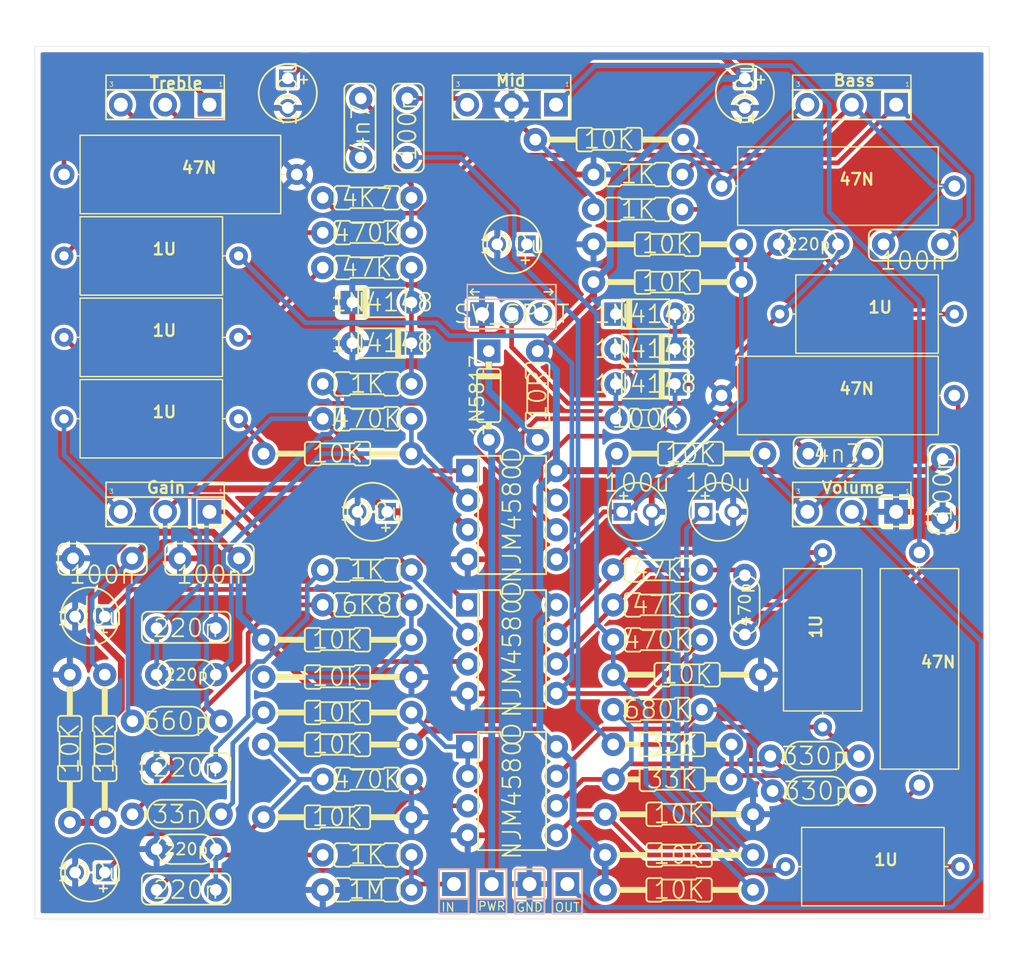
<source format=kicad_pcb>
(kicad_pcb (version 20241229) (generator "pcbnew") (generator_version "9.0")
  (layers (0 "F.Cu" signal "Front") (4 "In1.Cu" signal) (6 "In2.Cu" signal) (2 "B.Cu" signal "Back") (13 "F.Paste" user) (15 "B.Paste" user) (5 "F.SilkS" user "F.Silkscreen") (7 "B.SilkS" user "B.Silkscreen") (1 "F.Mask" user) (3 "B.Mask" user) (25 "Edge.Cuts" user))
  (net 0 "")
  (net 1 "GND")
  (net 2 "Net-(IC2-B-INPUT)")
  (net 3 "Net-(IC1-V+)")
  (net 4 "Net-(D4-K)")
  (net 5 "Net-(C9-Pad2)")
  (net 6 "Net-(D3-K)")
  (net 7 "Net-(C8-Pad1)")
  (net 8 "Net-(IC3-A-INPUT)")
  (net 9 "Net-(IC3-A_OUTPUT)")
  (net 10 "Net-(IC2-A-INPUT)")
  (net 11 "Net-(C6-Pad2)")
  (net 12 "Net-(C6-Pad1)")
  (net 13 "Net-(IC2-A_OUTPUT)")
  (net 14 "Net-(IC2-A+INPUT)")
  (net 15 "Net-(C4-Pad1)")
  (net 16 "Net-(C3-Pad2)")
  (net 17 "Net-(IC1-A+INPUT)")
  (net 18 "VREF_D")
  (net 19 "VREF_E")
  (net 20 "VREF_C")
  (net 21 "VREF_B")
  (net 22 "VREF_A")
  (net 23 "Net-(C25-Pad1)")
  (net 24 "Net-(D1-A)")
  (net 25 "Net-(D100-A)")
  (net 26 "Net-(D100-K)")
  (net 27 "VREF_F")
  (net 28 "Net-(D3-A)")
  (net 29 "Net-(R14-Pad2)")
  (net 30 "Net-(IC1-A-INPUT)")
  (net 31 "Net-(IC2-B_OUTPUT)")
  (net 32 "Net-(C17-Pad2)")
  (net 33 "Net-(IC2-B+INPUT)")
  (net 34 "Net-(C16-Pad1)")
  (net 35 "Net-(C15-Pad1)")
  (net 36 "Net-(C12-Pad1)")
  (net 37 "Net-(C12-Pad2)")
  (net 38 "Net-(C11-Pad2)")
  (net 39 "Net-(IC1-B-INPUT)")
  (net 40 "Net-(C20-Pad2)")
  (net 41 "Net-(C19-Pad1)")
  (net 42 "Net-(SW1-B)")
  (net 43 "Net-(C22-Pad1)")
  (net 44 "Net-(C24-Pad1)")
  (net 45 "Net-(IC1-B_OUTPUT)")
  (net 46 "Net-(C22-Pad2)")
  (net 47 "Net-(Bass101-Pad1)")
  (net 48 "Net-(Bass101-Pad2)")
  (net 49 "Net-(Bass101-Pad3)")
  (net 50 "Net-(C1-Pad1)")
  (net 52 "Net-(SigIN1-Pin_1)")
  (net 53 "Net-(SigOUT1-Pin_1)")
  (footprint "_MB_diodes:DO41-2" (layer "F.Cu") (at 105.46 135 180)
    (property "Reference" "D5" (hide yes))
    (property "Value" "1N4148")
  )
  (footprint "_MB_supply_pins:PAD3" (layer "F.Cu") (at 98.75 181)
    (property "Reference" "SigOUT1" (hide yes))
    (property "Value" "OUT")
  )
  (footprint "_MB_resistors:0.3%22.B" (layer "F.Cu") (at 81.54 154)
    (property "Reference" "R5" (hide yes))
    (property "Value" "1K")
  )
  (footprint "_MB_caps-film:5mm_1n-300n" (layer "F.Cu") (at 85 116 90)
    (property "Reference" "C20" (hide yes))
    (property "Value" "100n")
  )
  (footprint "_MB_resistors:0.3%22.B" (layer "F.Cu") (at 106.5 154)
    (property "Reference" "R19" (hide yes))
    (property "Value" "47K")
  )
  (footprint "Capacitor_THT:C_Axial_L12.0mm_D6.5mm_P15.00mm_Horizontal" (layer "F.Cu") (at 55.5 134)
    (property "Reference" "C9" (hide yes))
    (property "Value" "1u")
  )
  (footprint "_MB_caps-elec:0503" (layer "F.Cu") (at 104.73 149)
    (property "Reference" "C108" (hide yes))
    (property "Value" "100u")
  )
  (footprint "_MB_caps-elec:0503" (layer "F.Cu") (at 82 149 180)
    (property "Reference" "C107" (hide yes))
    (property "Value" "100u")
  )
  (footprint "_MB_caps-film:7.62mm" (layer "F.Cu") (at 120.19 173 180)
    (property "Reference" "C23" (hide yes))
    (property "Value" "330p")
  )
  (footprint "Capacitor_THT:C_Axial_L12.0mm_D6.5mm_P15.00mm_Horizontal" (layer "F.Cu") (at 70.5 141 180)
    (property "Reference" "C6" (hide yes))
    (property "Value" "1u")
  )
  (footprint "_MB_supply_pins:PAD3" (layer "F.Cu") (at 92.25 181)
    (property "Reference" "PWR+1" (hide yes))
    (property "Value" "PWR")
  )
  (footprint "Capacitor_THT:C_Axial_L17.0mm_D6.5mm_P20.00mm_Horizontal" (layer "F.Cu") (at 112 139)
    (property "Reference" "C17" (hide yes))
    (property "Value" "47n")
  )
  (footprint "_MB_resistors:0.4%22" (layer "F.Cu") (at 107.77 172 180)
    (property "Reference" "R21" (hide yes))
    (property "Value" "33K")
  )
  (footprint "_MB_caps-film:5mm_1n-300n" (layer "F.Cu") (at 122 144 180)
    (property "Reference" "C25" (hide yes))
    (property "Value" "4n7")
  )
  (footprint "_MB_integrated_circuits:DIP08" (layer "F.Cu") (at 94 160.81 -90)
    (property "Reference" "IC2" (hide yes))
    (property "Value" "NJM4580D")
  )
  (footprint "_MB_resistors:0.3%22.B" (layer "F.Cu") (at 81.54 157)
    (property "Reference" "R6" (hide yes))
    (property "Value" "6K8")
  )
  (footprint "_MB_caps-film:5mm_1n-300n" (layer "F.Cu") (at 66 171)
    (property "Reference" "C3" (hide yes))
    (property "Value" "220n")
  )
  (footprint "_MB_resistors:0.3%22.B" (layer "F.Cu") (at 81.54 122)
    (property "Reference" "R14" (hide yes))
    (property "Value" "4K7")
  )
  (footprint "_MB_diodes:DO41-2" (layer "F.Cu") (at 105.46 138 180)
    (property "Reference" "D4" (hide yes))
    (property "Value" "1N4148")
  )
  (footprint "_MB_diodes:DO41-2" (layer "F.Cu") (at 82.81 134.5 180)
    (property "Reference" "D2" (hide yes))
    (property "Value" "1N4148")
  )
  (footprint "_MB_resistors:0.3%22.B" (layer "F.Cu") (at 106.5 157)
    (property "Reference" "R18" (hide yes))
    (property "Value" "47K")
  )
  (footprint "Capacitor_THT:C_Axial_L12.0mm_D6.5mm_P15.00mm_Horizontal" (layer "F.Cu") (at 117.5 179.5)
    (property "Reference" "C24" (hide yes))
    (property "Value" "1u")
  )
  (footprint "_MB_resistors:0.3%22.B" (layer "F.Cu") (at 106.5 166)
    (property "Reference" "R22" (hide yes))
    (property "Value" "680K")
  )
  (footprint "_MB_diodes:DO41-2" (layer "F.Cu") (at 105.46 132)
    (property "Reference" "D3" (hide yes))
    (property "Value" "1N4148")
  )
  (footprint "_MB_resistors:0.5%22" (layer "F.Cu") (at 56 169.35 -90)
    (property "Reference" "R107" (hide yes))
    (property "Value" "10K")
  )
  (footprint "_MB_potentiometers:16MM_PADS.2" (layer "F.Cu") (at 64.19 149)
    (property "Reference" "Gain101" (hide yes))
    (property "Value" "A100K" (hide yes))
  )
  (footprint "_MB_resistors:0.3%22.B" (layer "F.Cu") (at 81.54 178.5)
    (property "Reference" "R2" (hide yes))
    (property "Value" "1K")
  )
  (footprint "_MB_resistors:0.5%22" (layer "F.Cu") (at 59 169.35 90)
    (property "Reference" "R106" (hide yes))
    (property "Value" "10K")
  )
  (footprint "_MB_resistors:0.3%22.B" (layer "F.Cu") (at 106.5 160)
    (property "Reference" "R17" (hide yes))
    (property "Value" "470K")
  )
  (footprint "_MB_caps-film:5mm_1n-300n" (layer "F.Cu") (at 68 153)
    (property "Reference" "C102" (hide yes))
    (property "Value" "100n")
  )
  (footprint "_MB_resistors:0.3%22.B" (layer "F.Cu") (at 81.54 181.5)
    (property "Reference" "R1" (hide yes))
    (property "Value" "1M")
  )
  (footprint "_MB_resistors:0.5%22" (layer "F.Cu") (at 79 166.25 180)
    (property "Reference" "R4" (hide yes))
    (property "Value" "10K")
  )
  (footprint "_MB_resistors:0.3%22.B" (layer "F.Cu") (at 81.54 138 180)
    (property "Reference" "R9" (hide yes))
    (property "Value" "1K")
  )
  (footprint "_MB_diodes:DO35-3" (layer "F.Cu") (at 92 139 -90)
    (property "Reference" "1N5817")
    (property "Value" "1N5817" (hide yes))
  )
  (footprint "Capacitor_THT:C_Axial_L12.0mm_D6.5mm_P15.00mm_Horizontal" (layer "F.Cu") (at 55.5 127)
    (property "Reference" "C16" (hide yes))
    (property "Value" "1u")
  )
  (footprint "_MB_resistors:0.3%22.B" (layer "F.Cu") (at 104.81 120 180)
    (property "Reference" "R16" (hide yes))
    (property "Value" "1K")
  )
  (footprint "_MB_caps-film:7.62mm" (layer "F.Cu") (at 65.19 175 180)
    (property "Reference" "C4" (hide yes))
    (property "Value" "33n")
  )
  (footprint "_MB_resistors:0.5%22" (layer "F.Cu") (at 109.04 163 180)
    (property "Reference" "R111" (hide yes))
    (property "Value" "10K")
  )
  (footprint "_MB_resistors:0.3%22.B" (layer "F.Cu") (at 81.54 128)
    (property "Reference" "R10" (hide yes))
    (property "Value" "47K")
  )
  (footprint "_MB_resistors:0.3%22.B" (layer "F.Cu") (at 104.81 123 180)
    (property "Reference" "R12" (hide yes))
    (property "Value" "1K")
  )
  (footprint "Capacitor_THT:C_Axial_L17.0mm_D6.5mm_P20.00mm_Horizontal" (layer "F.Cu") (at 55.5 120)
    (property "Reference" "C15" (hide yes))
    (property "Value" "47n")
  )
  (footprint "Capacitor_THT:C_Axial_L12.0mm_D6.5mm_P15.00mm_Horizontal" (layer "F.Cu") (at 120.69 167.5 90)
    (property "Reference" "C19" (hide yes))
    (property "Value" "1u")
  )
  (footprint "_MB_resistors:0.3%22.B" (layer "F.Cu") (at 81.54 172)
    (property "Reference" "R3" (hide yes))
    (property "Value" "470K")
  )
  (footprint "Capacitor_THT:C_Axial_L17.0mm_D6.5mm_P20.00mm_Horizontal" (layer "F.Cu") (at 112 121)
    (property "Reference" "C13" (hide yes))
    (property "Value" "47n")
  )
  (footprint "_MB_caps-elec:0503" (layer "F.Cu") (at 74.73 113 -90)
    (property "Reference" "C100" (hide yes))
    (property "Value" "100u")
  )
  (footprint "_MB_caps-film:5mm_1n-300n" (layer "F.Cu") (at 131 147 90)
    (property "Reference" "C104" (hide yes))
    (property "Value" "100n")
  )
  (footprint "_MB_resistors:0.5%22" (layer "F.Cu") (at 108.35 178.5 180)
    (property "Reference" "R112" (hide yes))
    (property "Value" "10K")
  )
  (footprint "_MB_resistors:0.2%22" (layer "F.Cu") (at 105.46 141)
    (property "Reference" "R11" (hide yes))
    (property "Value" "100K")
  )
  (footprint "_MB_caps-film:5mm_1n-300n" (layer "F.Cu") (at 58.8128 153)
    (property "Reference" "C103" (hide yes))
    (property "Value" "100n")
  )
  (footprint "_MB_resistors:0.5%22" (layer "F.Cu") (at 102.35 117)
    (property "Reference" "R13" (hide yes))
    (property "Value" "10K")
  )
  (footprint "_MB_resistors:0.5%22" (layer "F.Cu") (at 79 144 180)
    (property "Reference" "R7" (hide yes))
    (property "Value" "10K")
  )
  (footprint "_MB_resistors:0.5%22" (layer "F.Cu") (at 107.35 129.25 180)
    (property "Reference" "R108" (hide yes))
    (property "Value" "10K")
  )
  (footprint "_MB_caps-film:5mm_1n-300n" (layer "F.Cu") (at 66 159 180)
    (property "Reference" "C8" (hide yes))
    (property "Value" "220n")
  )
  (footprint "_MB_supply_pins:PAD3" (layer "F.Cu") (at 95.5 181)
    (property "Reference" "GND1" (hide yes))
    (property "Value" "GND")
  )
  (footprint "_MB_diodes:DO41-2" (layer "F.Cu") (at 82.81 131)
    (property "Reference" "D1" (hide yes))
    (property "Value" "1N4148")
  )
  (footprint "_MB_resistors:0.5%22" (layer "F.Cu") (at 79 160 180)
    (property "Reference" "R105" (hide yes))
    (property "Value" "10K")
  )
  (footprint "_MB_potentiometers:16MM_PADS.2" (layer "F.Cu") (at 123.19 114)
    (property "Reference" "Bass101" (hide yes))
    (property "Value" "B100k" (hide yes))
  )
  (footprint "_MB_resistors:0.5%22" (layer "F.Cu") (at 108.35 175 180)
    (property "Reference" "R113" (hide yes))
    (property "Value" "10K")
  )
  (footprint "Capacitor_THT:C_Axial_L12.0mm_D6.5mm_P15.00mm_Horizontal" (layer "F.Cu") (at 117 132)
    (property "Reference" "C11" (hide yes))
    (property "Value" "1u")
  )
  (footprint "_MB_caps-elec:0503" (layer "F.Cu") (at 57.73 180 180)
    (property "Reference" "C105" (hide yes))
    (property "Value" "100u")
  )
  (footprint "_MB_caps-elec:0503" (layer "F.Cu") (at 94 126 180)
    (property "Reference" "C109" (hide yes))
    (property "Value" "100u")
  )
  (footprint "_MB_potentiometers:16MM_PADS.2" (layer "F.Cu") (at 93.96 114)
    (property "Reference" "Mid101" (hide yes))
    (property "Value" "A100K" (hide yes))
  )
  (footprint "_MB_supply_pins:PAD3" (layer "F.Cu") (at 89 181)
    (property "Reference" "SigIN1" (hide yes))
    (property "Value" "IN")
  )
  (footprint "_MB_caps-film:5mm_1n-300n" (layer "F.Cu") (at 66 181.5 180)
    (property "Reference" "C2" (hide yes))
    (property "Value" "220n")
  )
  (footprint "_MB_resistors:0.5%22" (layer "F.Cu") (at 79 169)
    (property "Reference" "R102" (hide yes))
    (property "Value" "10K")
  )
  (footprint "_MB_resistors:0.5%22" (layer "F.Cu") (at 109.35 144)
    (property "Reference" "R23" (hide yes))
    (property "Value" "10K")
  )
  (footprint "_MB_resistors:0.5%22" (layer "F.Cu") (at 79 163.2 180)
    (property "Reference" "R104" (hide yes))
    (property "Value" "10K")
  )
  (footprint "_MB_caps-film:5mm_10p-180n" (layer "F.Cu") (at 119.46 126)
    (property "Reference" "C10" (hide yes))
    (property "Value" "220p")
  )
  (footprint "_MB_potentiometers:16MM_PADS.2" (layer "F.Cu") (at 123.19 149)
    (property "Reference" "Volume101" (hide yes))
    (property "Value" "A100K" (hide yes))
  )
  (footprint "_MB_caps-film:7.62mm" (layer "F.Cu") (at 120 170 180)
    (property "Reference" "C21" (hide yes))
    (property "Value" "330p")
  )
  (footprint "_MB_integrated_circuits:DIP08" (layer "F.Cu") (at 94 149.27 -90)
    (property "Reference" "IC3" (hide yes))
    (property "Value" "NJM4580D")
  )
  (footprint "_MB_caps-elec:0503" (layer "F.Cu") (at 114 113 -90)
    (property "Reference" "C101" (hide yes))
    (property "Value" "100u")
  )
  (footprint "_MB_caps-film:5mm_1n-300n" (layer "F.Cu") (at 81 116 -90)
    (property "Reference" "C12" (hide yes))
    (property "Value" "4n7")
  )
  (footprint "_MB_caps-film:5mm_10p-180n" (layer "F.Cu") (at 114 157 90)
    (property "Reference" "C18" (hide yes))
    (property "Value" "470p")
  )
  (footprint "_MB_resistors:0.5%22" (layer "F.Cu") (at 79 175.25 180)
    (property "Reference" "R103" (hide yes))
    (property "Value" "10K")
  )
  (footprint "Capacitor_THT:C_Axial_L17.0mm_D6.5mm_P20.00mm_Horizontal" (layer "F.Cu") (at 129 172.5 90)
    (property "Reference" "C22" (hide yes))
    (property "Value" "47n")
  )
  (footprint "_MB_integrated_circuits:DIP08" (layer "F.Cu") (at 94 173 -90)
    (property "Reference" "IC1" (hide yes))
    (property "Value" "NJM4580D")
  )
  (footprint "_MB_resistors:0.5%22" (layer "F.Cu") (at 108.35 181.5 180)
    (property "Reference" "R110" (hide yes))
    (property "Value" "10K")
  )
  (footprint "_MB_resistors:0.4%22" (layer "F.Cu") (at 107.77 169)
    (property "Reference" "R20" (hide yes))
    (property "Value" "33K")
  )
  (footprint "_MB_resistors:0.3%22.B" (layer "F.Cu") (at 96.19 139 -90)
    (property "Reference" "R101" (hide yes))
    (property "Value" "10R")
  )
  (footprint "_MB_potentiometers:16MM_PADS.2" (layer "F.Cu") (at 64.19 114)
    (property "Reference" "Treble101" (hide yes))
    (property "Value" "A50K" (hide yes))
  )
  (footprint "_MB_resistors:0.3%22.B" (layer "F.Cu") (at 81.54 141)
    (property "Reference" "R8" (hide yes))
    (property "Value" "470K")
  )
  (footprint "_MB_caps-film:7.62mm" (layer "F.Cu") (at 65.19 167)
    (property "Reference" "C5" (hide yes))
    (property "Value" "560p")
  )
  (footprint "_MB_caps-elec:0503" (layer "F.Cu") (at 111.73 149)
    (property "Reference" "C110" (hide yes))
    (property "Value" "100u")
  )
  (footprint "_MB_caps-film:5mm_10p-180n" (layer "F.Cu") (at 66 163)
    (property "Reference" "C7" (hide yes))
    (property "Value" "220p")
  )
  (footprint "_MB_caps-elec:0503" (layer "F.Cu") (at 57.73 158 180)
    (property "Reference" "C106" (hide yes))
    (property "Value" "100u")
  )
  (footprint "_MB_switches:SPDT.WIRE" (layer "F.Cu") (at 93.96 132)
    (property "Reference" "SW1" (hide yes))
    (property "Value" "SW_SPDT")
  )
  (footprint "_MB_caps-film:5mm_1n-300n" (layer "F.Cu") (at 128.46 126)
    (property "Reference" "C14" (hide yes))
    (property "Value" "100n")
  )
  (footprint "_MB_caps-film:5mm_10p-180n" (layer "F.Cu") (at 66 178 180)
    (property "Reference" "C1" (hide yes))
    (property "Value" "220p")
  )
  (footprint "_MB_resistors:0.3%22.B" (layer "F.Cu") (at 81.54 125)
    (property "Reference" "R15" (hide yes))
    (property "Value" "470K")
  )
  (footprint "_MB_resistors:0.5%22" (layer "F.Cu") (at 107.35 126)
    (property "Reference" "R109" (hide yes))
    (property "Value" "10K")
  )
  (gr_rect (start 53 109) (end 135 184) (stroke (width 0.0381)) (fill no) (layer "Edge.Cuts"))
  (gr_text "47N" (at 122 139 0) (layer "F.SilkS") (effects (font (size 1 1) (thickness 0.2) (bold yes)) (justify left bottom)))
  (gr_text "Bass" (at 121.5 112.5 0) (layer "F.SilkS") (effects (font (size 1 1) (thickness 0.2) (bold yes)) (justify left bottom)))
  (gr_text "47N" (at 65.5 120 0) (layer "F.SilkS") (effects (font (size 1 1) (thickness 0.2) (bold yes)) (justify left bottom)))
  (gr_text "Treble\n" (at 62.75 112.75 0) (layer "F.SilkS") (effects (font (size 1 1) (thickness 0.2) (bold yes)) (justify left bottom)))
  (gr_text "1U" (at 63 127 0) (layer "F.SilkS") (effects (font (size 1 1) (thickness 0.2) (bold yes)) (justify left bottom)))
  (gr_text "Volume" (at 120.5 147.5 0) (layer "F.SilkS") (effects (font (size 1 1) (thickness 0.2) (bold yes)) (justify left bottom)))
  (gr_text "1U" (at 125 179.5 0) (layer "F.SilkS") (effects (font (size 1 1) (thickness 0.2) (bold yes)) (justify left bottom)))
  (gr_text "47N" (at 122 121 0) (layer "F.SilkS") (effects (font (size 1 1) (thickness 0.2) (bold yes)) (justify left bottom)))
  (gr_text "1U" (at 63 134 0) (layer "F.SilkS") (effects (font (size 1 1) (thickness 0.2) (bold yes)) (justify left bottom)))
  (gr_text "47N" (at 129 162.5 0) (layer "F.SilkS") (effects (font (size 1 1) (thickness 0.2) (bold yes)) (justify left bottom)))
  (gr_text "1U" (at 120.69 160 90) (layer "F.SilkS") (effects (font (size 1 1) (thickness 0.2) (bold yes)) (justify left bottom)))
  (gr_text "Mid" (at 92.5 112.5 0) (layer "F.SilkS") (effects (font (size 1 1) (thickness 0.2) (bold yes)) (justify left bottom)))
  (gr_text "Gain\n" (at 62.5 147.5 0) (layer "F.SilkS") (effects (font (size 1 1) (thickness 0.2) (bold yes)) (justify left bottom)))
  (gr_text "1U" (at 124.5 132 0) (layer "F.SilkS") (effects (font (size 1 1) (thickness 0.2) (bold yes)) (justify left bottom)))
  (gr_text "1U" (at 63 141 0) (layer "F.SilkS") (effects (font (size 1 1) (thickness 0.2) (bold yes)) (justify left bottom)))
  (segment (start 113.54 154) (end 114 154.46) (width 0.4) (layer "F.Cu") (net 2))
  (segment (start 97.81 162.08) (end 102.69 157.2) (width 0.4) (layer "F.Cu") (net 2))
  (segment (start 102.69 157) (end 105.69 154) (width 0.4) (layer "F.Cu") (net 2))
  (segment (start 105.69 154) (end 110.31 154) (width 0.4) (layer "F.Cu") (net 2))
  (segment (start 110.31 154) (end 113.54 154) (width 0.4) (layer "F.Cu") (net 2))
  (segment (start 102.69 157.2) (end 102.69 157) (width 0.4) (layer "F.Cu") (net 2))
  (segment (start 96.382 167.762) (end 86.588 167.762) (width 0.6) (layer "F.Cu") (net 3))
  (segment (start 68.29 150.75) (end 63.6028 150.75) (width 0.6) (layer "F.Cu") (net 3))
  (segment (start 97.81 169.19) (end 96.382 167.762) (width 0.6) (layer "F.Cu") (net 3))
  (segment (start 101 130.38) (end 101 129.25) (width 0.6) (layer "F.Cu") (net 3))
  (segment (start 81.65 169) (end 85.35 169) (width 0.6) (layer "F.Cu") (net 3))
  (segment (start 63.6028 150.75) (end 61.3528 153) (width 0.6) (layer "F.Cu") (net 3))
  (segment (start 112.071 109.801) (end 76.699 109.801) (width 0.6) (layer "F.Cu") (net 3))
  (segment (start 130 145.46) (end 131 144.46) (width 0.6) (layer "F.Cu") (net 3))
  (segment (start 70.54 153) (end 68.29 150.75) (width 0.6) (layer "F.Cu") (net 3))
  (segment (start 72.65 160) (end 81.65 169) (width 0.6) (layer "F.Cu") (net 3))
  (segment (start 97.81 145.46) (end 130 145.46) (width 0.6) (layer "F.Cu") (net 3))
  (segment (start 114 111.73) (end 112.071 109.801) (width 0.6) (layer "F.Cu") (net 3))
  (segment (start 76.699 109.801) (end 74.77 111.73) (width 0.6) (layer "F.Cu") (net 3))
  (segment (start 86.588 167.762) (end 85.35 169) (width 0.6) (layer "F.Cu") (net 3))
  (segment (start 96.19 135.19) (end 101 130.38) (width 0.6) (layer "F.Cu") (net 3))
  (segment (start 74.77 111.73) (end 74.73 111.73) (width 0.6) (layer "F.Cu") (net 3))
  (segment (start 102 181.5) (end 102 178.5) (width 0.6) (layer "B.Cu") (net 3))
  (segment (start 97.81 157) (end 96.382 158.428) (width 0.6) (layer "B.Cu") (net 3))
  (segment (start 97.81 169.19) (end 99.238 170.618) (width 0.6) (layer "B.Cu") (net 3))
  (segment (start 97.81 145.46) (end 96.382 146.888) (width 0.6) (layer "B.Cu") (net 3))
  (segment (start 102.428 121.252503) (end 111.950503 111.73) (width 0.6) (layer "B.Cu") (net 3))
  (segment (start 70.54 157.89) (end 70.54 153) (width 0.6) (layer "B.Cu") (net 3))
  (segment (start 96.382 167.762) (end 97.81 169.19) (width 0.6) (layer "B.Cu") (net 3))
  (segment (start 57.918 156.4348) (end 61.3528 153) (width 0.4) (layer "B.Cu") (net 3))
  (segment (start 99.238 170.618) (end 99.238 175.738) (width 0.6) (layer "B.Cu") (net 3))
  (segment (start 96.382 158.428) (end 96.382 167.762) (width 0.6) (layer "B.Cu") (net 3))
  (segment (start 59 163) (end 57.918 161.918) (width 0.4) (layer "B.Cu") (net 3))
  (segment (start 96.19 135.19) (end 97.81 136.81) (width 0.6) (layer "B.Cu") (net 3))
  (segment (start 96.382 155.572) (end 97.81 157) (width 0.6) (layer "B.Cu") (net 3))
  (segment (start 57.918 161.918) (end 57.918 156.4348) (width 0.4) (layer "B.Cu") (net 3))
  (segment (start 111.950503 111.73) (end 114 111.73) (width 0.6) (layer "B.Cu") (net 3))
  (segment (start 96.382 146.888) (end 96.382 155.572) (width 0.6) (layer "B.Cu") (net 3))
  (segment (start 99.238 175.738) (end 102 178.5) (width 0.6) (layer "B.Cu") (net 3))
  (segment (start 102.428 127.822) (end 102.428 121.252503) (width 0.6) (layer "B.Cu") (net 3))
  (segment (start 101 129.25) (end 102.428 127.822) (width 0.6) (layer "B.Cu") (net 3))
  (segment (start 72.65 160) (end 70.54 157.89) (width 0.6) (layer "B.Cu") (net 3))
  (segment (start 97.81 136.81) (end 97.81 145.46) (width 0.6) (layer "B.Cu") (net 3))
  (segment (start 106.5 142.5) (end 108 141) (width 0.4) (layer "F.Cu") (net 4))
  (segment (start 96.482 146.672) (end 96.482 144.909924) (width 0.4) (layer "F.Cu") (net 4))
  (segment (start 105.92 138) (end 108 138) (width 0.4) (layer "F.Cu") (net 4))
  (segment (start 108 138) (end 111 138) (width 0.4) (layer "F.Cu") (net 4))
  (segment (start 111 138) (end 117 132) (width 0.4) (layer "F.Cu") (net 4))
  (segment (start 98.891924 142.5) (end 106.5 142.5) (width 0.4) (layer "F.Cu") (net 4))
  (segment (start 96.482 144.909924) (end 98.891924 142.5) (width 0.4) (layer "F.Cu") (net 4))
  (segment (start 97.81 148) (end 96.482 146.672) (width 0.4) (layer "F.Cu") (net 4))
  (segment (start 102.92 135) (end 105.92 138) (width 0.4) (layer "F.Cu") (net 4))
  (segment (start 108 138) (end 108 141) (width 0.4) (layer "B.Cu") (net 4))
  (segment (start 122 127) (end 122 126) (width 0.4) (layer "B.Cu") (net 4))
  (segment (start 117 132) (end 122 127) (width 0.4) (layer "B.Cu") (net 4))
  (segment (start 70.5 134) (end 71.73 134) (width 0.4) (layer "F.Cu") (net 5))
  (segment (start 71.73 134) (end 77.73 128) (width 0.4) (layer "F.Cu") (net 5))
  (segment (start 115.592 127.328) (end 107.592 127.328) (width 0.4) (layer "F.Cu") (net 6))
  (segment (start 96.121924 141) (end 102.92 141) (width 0.4) (layer "F.Cu") (net 6))
  (segment (start 97.81 150.54) (end 94.862 147.592) (width 0.4) (layer "F.Cu") (net 6))
  (segment (start 94.862 142.259924) (end 96.121924 141) (width 0.4) (layer "F.Cu") (net 6))
  (segment (start 86.942 139.672) (end 97.81 150.54) (width 0.4) (layer "F.Cu") (net 6))
  (segment (start 55.5 134) (end 61.172 139.672) (width 0.4) (layer "F.Cu") (net 6))
  (segment (start 61.172 139.672) (end 86.942 139.672) (width 0.4) (layer "F.Cu") (net 6))
  (segment (start 107.592 127.328) (end 102.92 132) (width 0.4) (layer "F.Cu") (net 6))
  (segment (start 116.92 126) (end 115.592 127.328) (width 0.4) (layer "F.Cu") (net 6))
  (segment (start 94.862 147.592) (end 94.862 142.259924) (width 0.4) (layer "F.Cu") (net 6))
  (segment (start 104.248 136.672) (end 102.92 138) (width 0.4) (layer "B.Cu") (net 6))
  (segment (start 102.92 138) (end 102.92 141) (width 0.4) (layer "B.Cu") (net 6))
  (segment (start 104.248 133.328) (end 104.248 136.672) (width 0.4) (layer "B.Cu") (net 6))
  (segment (start 102.92 132) (end 104.248 133.328) (width 0.4) (layer "B.Cu") (net 6))
  (segment (start 77.73 138) (end 79.058 139.328) (width 0.4) (layer "B.Cu") (net 7))
  (segment (start 78.280076 142.328) (end 77.672 142.328) (width 0.4) (layer "B.Cu") (net 7))
  (segment (start 77.672 142.328) (end 68.54 151.46) (width 0.4) (layer "B.Cu") (net 7))
  (segment (start 79.058 141.550076) (end 78.280076 142.328) (width 0.4) (layer "B.Cu") (net 7))
  (segment (start 79.058 139.328) (end 79.058 141.550076) (width 0.4) (layer "B.Cu") (net 7))
  (segment (start 68.54 151.46) (end 68.54 159) (width 0.4) (layer "B.Cu") (net 7))
  (segment (start 69.212 152.449924) (end 77.661924 144) (width 0.4) (layer "B.Cu") (net 8))
  (segment (start 69.868 161.672) (end 69.868 154.206076) (width 0.4) (layer "B.Cu") (net 8))
  (segment (start 77.661924 144) (end 85.35 144) (width 0.4) (layer "B.Cu") (net 8))
  (segment (start 69.212 153.550076) (end 69.212 152.449924) (width 0.4) (layer "B.Cu") (net 8))
  (segment (start 90.19 148) (end 86.19 144) (width 0.4) (layer "B.Cu") (net 8))
  (segment (start 85.35 141) (end 85.35 144) (width 0.4) (layer "B.Cu") (net 8))
  (segment (start 69.868 154.206076) (end 69.212 153.550076) (width 0.4) (layer "B.Cu") (net 8))
  (segment (start 68.54 163) (end 69.868 161.672) (width 0.4) (layer "B.Cu") (net 8))
  (segment (start 86.19 144) (end 85.35 144) (width 0.4) (layer "B.Cu") (net 8))
  (segment (start 90.19 145.46) (end 82.19 145.46) (width 0.4) (layer "F.Cu") (net 9))
  (segment (start 82.19 145.46) (end 77.73 141) (width 0.4) (layer "F.Cu") (net 9))
  (segment (start 63.46 163) (end 63.46 159) (width 0.4) (layer "B.Cu") (net 9))
  (segment (start 63.46 159) (end 67.156 155.304) (width 0.4) (layer "B.Cu") (net 9))
  (segment (start 66.656 147.656) (end 73.312 141) (width 0.4) (layer "B.Cu") (net 9))
  (segment (start 73.312 141) (end 77.73 141) (width 0.4) (layer "B.Cu") (net 9))
  (segment (start 66.656 150.344) (end 66.656 147.656) (width 0.4) (layer "B.Cu") (net 9))
  (segment (start 67.156 150.844) (end 66.656 150.344) (width 0.4) (layer "B.Cu") (net 9))
  (segment (start 67.156 155.304) (end 67.156 150.844) (width 0.4) (layer "B.Cu") (net 9))
  (segment (start 68 149) (end 69.416 149) (width 0.4) (layer "F.Cu") (net 10))
  (segment (start 72.916 152.5) (end 83.85 152.5) (width 0.4) (layer "F.Cu") (net 10))
  (segment (start 83.85 152.5) (end 85.35 154) (width 0.4) (layer "F.Cu") (net 10))
  (segment (start 69.416 149) (end 72.916 152.5) (width 0.4) (layer "F.Cu") (net 10))
  (segment (start 67.75 164.088076) (end 67.212 163.550076) (width 0.4) (layer "B.Cu") (net 10))
  (segment (start 67.212 162.449924) (end 67.75 161.911924) (width 0.4) (layer "B.Cu") (net 10))
  (segment (start 67.212 158.449924) (end 67.75 157.911924) (width 0.4) (layer "B.Cu") (net 10))
  (segment (start 67.75 160.088076) (end 67.212 159.550076) (width 0.4) (layer "B.Cu") (net 10))
  (segment (start 67.75 161.911924) (end 67.75 160.088076) (width 0.4) (layer "B.Cu") (net 10))
  (segment (start 67.75 165.75) (end 67.75 164.088076) (width 0.4) (layer "B.Cu") (net 10))
  (segment (start 85.35 154.7) (end 85.35 154) (width 0.4) (layer "B.Cu") (net 10))
  (segment (start 67.212 159.550076) (end 67.212 158.449924) (width 0.4) (layer "B.Cu") (net 10))
  (segment (start 67.212 163.550076) (end 67.212 162.449924) (width 0.4) (layer "B.Cu") (net 10))
  (segment (start 90.19 159.54) (end 85.35 154.7) (width 0.4) (layer "B.Cu") (net 10))
  (segment (start 69 167) (end 67.75 165.75) (width 0.4) (layer "B.Cu") (net 10))
  (segment (start 67.75 157.911924) (end 67.75 149.25) (width 0.4) (layer "B.Cu") (net 10))
  (segment (start 67.75 149.25) (end 68 149) (width 0.4) (layer "B.Cu") (net 10))
  (segment (start 55.5 144.12) (end 55.5 141) (width 0.4) (layer "B.Cu") (net 11))
  (segment (start 60.38 149) (end 55.5 144.12) (width 0.4) (layer "B.Cu") (net 11))
  (segment (start 72.65 144) (end 72.65 143.15) (width 0.4) (layer "F.Cu") (net 12))
  (segment (start 72.65 143.15) (end 70.5 141) (width 0.4) (layer "F.Cu") (net 12))
  (segment (start 84.728076 151.5) (end 73.188 151.5) (width 0.4) (layer "F.Cu") (net 13))
  (segment (start 65.534 147.656) (end 64.19 149) (width 0.4) (layer "F.Cu") (net 13))
  (segment (start 90.19 157) (end 90.19 156.961924) (width 0.4) (layer "F.Cu") (net 13))
  (segment (start 69.344 147.656) (end 65.534 147.656) (width 0.4) (layer "F.Cu") (net 13))
  (segment (start 90.19 156.961924) (end 84.728076 151.5) (width 0.4) (layer "F.Cu") (net 13))
  (segment (start 73.188 151.5) (end 69.344 147.656) (width 0.4) (layer "F.Cu") (net 13))
  (segment (start 61.38 167) (end 61 166.62) (width 0.4) (layer "B.Cu") (net 13))
  (segment (start 61 155.581924) (end 64.19 152.391924) (width 0.4) (layer "B.Cu") (net 13))
  (segment (start 64.19 152.391924) (end 64.19 149) (width 0.4) (layer "B.Cu") (net 13))
  (segment (start 61 166.62) (end 61 155.581924) (width 0.4) (layer "B.Cu") (net 13))
  (segment (start 82.602 161.872) (end 77.73 157) (width 0.4) (layer "F.Cu") (net 14))
  (segment (start 89.982 161.872) (end 82.602 161.872) (width 0.4) (layer "F.Cu") (net 14))
  (segment (start 73.771924 157) (end 77.73 157) (width 0.4) (layer "F.Cu") (net 14))
  (segment (start 64.788 171.592) (end 64.788 168.712) (width 0.4) (layer "F.Cu") (net 14))
  (segment (start 90.19 162.08) (end 89.982 161.872) (width 0.4) (layer "F.Cu") (net 14))
  (segment (start 71.322 159.449924) (end 73.771924 157) (width 0.4) (layer "F.Cu") (net 14))
  (segment (start 71.322 162.178) (end 71.322 159.449924) (width 0.4) (layer "F.Cu") (net 14))
  (segment (start 61.38 175) (end 64.788 171.592) (width 0.4) (layer "F.Cu") (net 14))
  (segment (start 64.788 168.712) (end 71.322 162.178) (width 0.4) (layer "F.Cu") (net 14))
  (segment (start 70 168.9) (end 72.65 166.25) (width 0.4) (layer "B.Cu") (net 15))
  (segment (start 69 175) (end 70 174) (width 0.4) (layer "B.Cu") (net 15))
  (segment (start 70 174) (end 70 168.9) (width 0.4) (layer "B.Cu") (net 15))
  (segment (start 76.402 155.328) (end 77.73 154) (width 0.4) (layer "B.Cu") (net 16))
  (segment (start 71.322 166.556076) (end 71.322 162.649924) (width 0.4) (layer "B.Cu") (net 16))
  (segment (start 76.402 158.126076) (end 76.402 155.328) (width 0.4) (layer "B.Cu") (net 16))
  (segment (start 72.099924 161.872) (end 72.656076 161.872) (width 0.4) (layer "B.Cu") (net 16))
  (segment (start 71.322 162.649924) (end 72.099924 161.872) (width 0.4) (layer "B.Cu") (net 16))
  (segment (start 68.54 171) (end 68.54 169.338076) (width 0.4) (layer "B.Cu") (net 16))
  (segment (start 72.656076 161.872) (end 76.402 158.126076) (width 0.4) (layer "B.Cu") (net 16))
  (segment (start 68.54 169.338076) (end 71.322 166.556076) (width 0.4) (layer "B.Cu") (net 16))
  (segment (start 63.46 181.5) (end 65.132 179.828) (width 0.4) (layer "F.Cu") (net 17))
  (segment (start 65.132 179.828) (end 78.893924 179.828) (width 0.4) (layer "F.Cu") (net 17))
  (segment (start 78.893924 179.828) (end 85.35 173.371924) (width 0.4) (layer "F.Cu") (net 17))
  (segment (start 85.35 172) (end 87.62 174.27) (width 0.4) (layer "F.Cu") (net 17))
  (segment (start 87.62 174.27) (end 90.19 174.27) (width 0.4) (layer "F.Cu") (net 17))
  (segment (start 85.35 173.371924) (end 85.35 172) (width 0.4) (layer "F.Cu") (net 17))
  (segment (start 101.89 149) (end 97.81 153.08) (width 0.4) (layer "F.Cu") (net 18))
  (segment (start 103.46 149) (end 101.89 149) (width 0.4) (layer "F.Cu") (net 18))
  (segment (start 113.7 129.25) (end 113.7 139.3) (width 0.4) (layer "B.Cu") (net 18))
  (segment (start 113.7 139.3) (end 104 149) (width 0.4) (layer "B.Cu") (net 18))
  (segment (start 104 149) (end 103.46 149) (width 0.4) (layer "B.Cu") (net 18))
  (segment (start 113.7 126) (end 113.7 129.25) (width 0.4) (layer "B.Cu") (net 18))
  (segment (start 105.5 165.81) (end 105.5 172.3) (width 0.4) (layer "B.Cu") (net 19))
  (segment (start 101.25 131.98) (end 101.25 158.56) (width 0.4) (layer "B.Cu") (net 19))
  (segment (start 102.69 163) (end 105.5 165.81) (width 0.4) (layer "B.Cu") (net 19))
  (segment (start 101.25 158.56) (end 102.69 160) (width 0.4) (layer "B.Cu") (net 19))
  (segment (start 95.27 126) (end 101.25 131.98) (width 0.4) (layer "B.Cu") (net 19))
  (segment (start 102.69 160) (end 102.69 163) (width 0.4) (layer "B.Cu") (net 19))
  (segment (start 105.5 172.3) (end 114.7 181.5) (width 0.4) (layer "B.Cu") (net 19))
  (segment (start 59 175.7) (end 56 175.7) (width 0.6) (layer "F.Cu") (net 20))
  (segment (start 61.889303 150.444) (end 61.889303 149.258572) (width 0.6) (layer "F.Cu") (net 20))
  (segment (start 60.428 161.792) (end 57.818 159.182) (width 0.6) (layer "F.Cu") (net 20))
  (segment (start 60.428 165.932503) (end 60.428 161.792) (width 0.6) (layer "F.Cu") (net 20))
  (segment (start 59 175.7) (end 59 167.360503) (width 0.6) (layer "F.Cu") (net 20))
  (segment (start 83.27 149) (end 88.65 149) (width 0.6) (layer "F.Cu") (net 20))
  (segment (start 64.119875 147.028) (end 81.298 147.028) (width 0.6) (layer "F.Cu") (net 20))
  (segment (start 59 167.360503) (end 60.428 165.932503) (width 0.6) (layer "F.Cu") (net 20))
  (segment (start 88.65 149) (end 90.19 150.54) (width 0.6) (layer "F.Cu") (net 20))
  (segment (start 61.889303 149.258572) (end 64.119875 147.028) (width 0.6) (layer "F.Cu") (net 20))
  (segment (start 81.298 147.028) (end 83.27 149) (width 0.6) (layer "F.Cu") (net 20))
  (segment (start 57.818 154.515303) (end 61.889303 150.444) (width 0.6) (layer "F.Cu") (net 20))
  (segment (start 57.818 159.182) (end 57.818 154.515303) (width 0.6) (layer "F.Cu") (net 20))
  (segment (start 85.35 157) (end 84.022 155.672) (width 0.4) (layer "F.Cu") (net 21))
  (segment (start 84.022 155.672) (end 61.328 155.672) (width 0.4) (layer "F.Cu") (net 21))
  (segment (start 61.328 155.672) (end 59 158) (width 0.4) (layer "F.Cu") (net 21))
  (segment (start 85.35 160) (end 85.35 157) (width 0.4) (layer "B.Cu") (net 21))
  (segment (start 85.35 160) (end 82.15 163.2) (width 0.4) (layer "B.Cu") (net 21))
  (segment (start 82.15 163.2) (end 72.65 163.2) (width 0.4) (layer "B.Cu") (net 21))
  (segment (start 59 180) (end 62.328 176.672) (width 0.4) (layer "F.Cu") (net 22))
  (segment (start 62.328 176.672) (end 71.228 176.672) (width 0.4) (layer "F.Cu") (net 22))
  (segment (start 71.228 176.672) (end 72.65 175.25) (width 0.4) (layer "F.Cu") (net 22))
  (segment (start 72.65 175.25) (end 75.9 172) (width 0.4) (layer "B.Cu") (net 22))
  (segment (start 75.9 172) (end 77.73 172) (width 0.4) (layer "B.Cu") (net 22))
  (segment (start 75.65 172) (end 72.65 169) (width 0.4) (layer "B.Cu") (net 22))
  (segment (start 77.73 172) (end 75.65 172) (width 0.4) (layer "B.Cu") (net 22))
  (segment (start 115.75 144.05) (end 115.75 145.37) (width 0.4) (layer "B.Cu") (net 23))
  (segment (start 115.7 144) (end 115.75 144.05) (width 0.4) (layer "B.Cu") (net 23))
  (segment (start 124.54 144) (end 119.54 149) (width 0.4) (layer "B.Cu") (net 23))
  (segment (start 119.54 149) (end 119.38 149) (width 0.4) (layer "B.Cu") (net 23))
  (segment (start 115.75 145.37) (end 119.38 149) (width 0.4) (layer "B.Cu") (net 23))
  (segment (start 85.35 134.5) (end 85.35 131) (width 0.4) (layer "F.Cu") (net 24))
  (segment (start 85.35 131) (end 85.35 128) (width 0.4) (layer "B.Cu") (net 24))
  (segment (start 85.35 138) (end 85.35 134.5) (width 0.4) (layer "B.Cu") (net 24))
  (segment (start 92.25 181) (end 92.25 143.06) (width 0.6) (layer "B.Cu") (net 25))
  (segment (start 92.25 143.06) (end 92 142.81) (width 0.6) (layer "B.Cu") (net 25))
  (segment (start 92 135.19) (end 92 138.62) (width 0.6) (layer "B.Cu") (net 26))
  (segment (start 92 138.62) (end 96.19 142.81) (width 0.6) (layer "B.Cu") (net 26))
  (segment (start 102 175) (end 105.5 178.5) (width 0.4) (layer "F.Cu") (net 27))
  (segment (start 105.5 178.5) (end 114.7 178.5) (width 0.4) (layer "F.Cu") (net 27))
  (segment (start 97.81 176.81) (end 99.62 175) (width 0.4) (layer "F.Cu") (net 27))
  (segment (start 99.62 175) (end 102 175) (width 0.4) (layer "F.Cu") (net 27))
  (segment (start 108.982 150.478) (end 110.46 149) (width 0.4) (layer "B.Cu") (net 27))
  (segment (start 114.7 178.5) (end 108.982 172.782) (width 0.4) (layer "B.Cu") (net 27))
  (segment (start 108.982 172.782) (end 108.982 150.478) (width 0.4) (layer "B.Cu") (net 27))
  (segment (start 108 135) (end 108 132) (width 0.4) (layer "B.Cu") (net 28))
  (segment (start 65.542 115.352) (end 79.852 115.352) (width 0.4) (layer "F.Cu") (net 29))
  (segment (start 79.852 115.352) (end 85.35 120.85) (width 0.4) (layer "F.Cu") (net 29))
  (segment (start 64.19 114) (end 65.542 115.352) (width 0.4) (layer "F.Cu") (net 29))
  (segment (start 85.35 120.85) (end 85.35 122) (width 0.4) (layer "F.Cu") (net 29))
  (segment (start 85.35 125) (end 85.35 122) (width 0.4) (layer "B.Cu") (net 29))
  (segment (start 90.19 171.73) (end 90.19 169.19) (width 0.4) (layer "B.Cu") (net 30))
  (segment (start 88.29 169.19) (end 85.35 166.25) (width 0.4) (layer "B.Cu") (net 30))
  (segment (start 90.19 169.19) (end 88.29 169.19) (width 0.4) (layer "B.Cu") (net 30))
  (segment (start 120.69 152.5) (end 104.19 152.5) (width 0.4) (layer "F.Cu") (net 31))
  (segment (start 104.19 152.5) (end 102.69 154) (width 0.4) (layer "F.Cu") (net 31))
  (segment (start 102.69 154.66) (end 102.69 154) (width 0.4) (layer "F.Cu") (net 31))
  (segment (start 97.81 159.54) (end 102.69 154.66) (width 0.4) (layer "F.Cu") (net 31))
  (segment (start 114 159.54) (end 120.69 152.85) (width 0.4) (layer "B.Cu") (net 31))
  (segment (start 120.69 152.85) (end 120.69 152.5) (width 0.4) (layer "B.Cu") (net 31))
  (segment (start 132.328 150.908655) (end 126.236655 157) (width 0.4) (layer "F.Cu") (net 32))
  (segment (start 132 139) (end 132.328 139.328) (width 0.4) (layer "F.Cu") (net 32))
  (segment (start 126.236655 157) (end 110.31 157) (width 0.4) (layer "F.Cu") (net 32))
  (segment (start 132.328 139.328) (end 132.328 150.908655) (width 0.4) (layer "F.Cu") (net 32))
  (segment (start 105.69 164.62) (end 110.31 160) (width 0.4) (layer "F.Cu") (net 33))
  (segment (start 97.81 164.62) (end 105.69 164.62) (width 0.4) (layer "F.Cu") (net 33))
  (segment (start 99.138 163.292) (end 97.81 164.62) (width 0.4) (layer "B.Cu") (net 33))
  (segment (start 96.740076 133.862) (end 99.138 136.259924) (width 0.4) (layer "B.Cu") (net 33))
  (segment (start 87.5 132.75) (end 88.612 133.862) (width 0.4) (layer "B.Cu") (net 33))
  (segment (start 99.138 136.259924) (end 99.138 163.292) (width 0.4) (layer "B.Cu") (net 33))
  (segment (start 88.612 133.862) (end 96.740076 133.862) (width 0.4) (layer "B.Cu") (net 33))
  (segment (start 76.25 132.75) (end 87.5 132.75) (width 0.4) (layer "B.Cu") (net 33))
  (segment (start 70.5 127) (end 76.25 132.75) (width 0.4) (layer "B.Cu") (net 33))
  (segment (start 57.5 125) (end 77.73 125) (width 0.4) (layer "F.Cu") (net 34))
  (segment (start 55.5 127) (end 57.5 125) (width 0.4) (layer "F.Cu") (net 34))
  (segment (start 66.25 112) (end 68 113.75) (width 0.4) (layer "F.Cu") (net 35))
  (segment (start 57.25 112) (end 66.25 112) (width 0.4) (layer "F.Cu") (net 35))
  (segment (start 55.5 113.75) (end 57.25 112) (width 0.4) (layer "F.Cu") (net 35))
  (segment (start 55.5 120) (end 55.5 113.75) (width 0.4) (layer "F.Cu") (net 35))
  (segment (start 68 113.75) (end 68 114) (width 0.4) (layer "F.Cu") (net 35))
  (segment (start 81 113.46) (end 83.29 115.75) (width 0.4) (layer "F.Cu") (net 36))
  (segment (start 83.29 115.75) (end 94.75 115.75) (width 0.4) (layer "F.Cu") (net 36))
  (segment (start 94.75 115.75) (end 96 117) (width 0.4) (layer "F.Cu") (net 36))
  (segment (start 101 122) (end 101 123) (width 0.4) (layer "B.Cu") (net 36))
  (segment (start 96 117) (end 101 122) (width 0.4) (layer "B.Cu") (net 36))
  (segment (start 78.71 116.25) (end 81 118.54) (width 0.4) (layer "F.Cu") (net 37))
  (segment (start 62.63 116.25) (end 78.71 116.25) (width 0.4) (layer "F.Cu") (net 37))
  (segment (start 60.38 114) (end 62.63 116.25) (width 0.4) (layer "F.Cu") (net 37))
  (segment (start 125.75 132) (end 132 132) (width 0.4) (layer "F.Cu") (net 38))
  (segment (start 108.62 123) (end 116.75 123) (width 0.4) (layer "F.Cu") (net 38))
  (segment (start 116.75 123) (end 125.75 132) (width 0.4) (layer "F.Cu") (net 38))
  (segment (start 116.19 170) (end 119.19 173) (width 0.4) (layer "F.Cu") (net 39))
  (segment (start 104.018 170.672) (end 115.518 170.672) (width 0.4) (layer "F.Cu") (net 39))
  (segment (start 100.08 172) (end 102.69 172) (width 0.4) (layer "F.Cu") (net 39))
  (segment (start 115.518 170.672) (end 116.19 170) (width 0.4) (layer "F.Cu") (net 39))
  (segment (start 102.69 172) (end 104.018 170.672) (width 0.4) (layer "F.Cu") (net 39))
  (segment (start 97.81 174.27) (end 100.08 172) (width 0.4) (layer "F.Cu") (net 39))
  (segment (start 119.19 173) (end 124 173) (width 0.4) (layer "F.Cu") (net 39))
  (segment (start 104.25 170.44) (end 104.25 167.56) (width 0.4) (layer "B.Cu") (net 39))
  (segment (start 102.69 172) (end 104.25 170.44) (width 0.4) (layer "B.Cu") (net 39))
  (segment (start 104.25 167.56) (end 102.69 166) (width 0.4) (layer "B.Cu") (net 39))
  (segment (start 89.61 113.46) (end 90.15 114) (width 0.4) (layer "F.Cu") (net 40))
  (segment (start 85 113.46) (end 89.61 113.46) (width 0.4) (layer "F.Cu") (net 40))
  (segment (start 123.19 170) (end 123.81 170) (width 0.4) (layer "F.Cu") (net 41))
  (segment (start 108.056704 169) (end 102.69 169) (width 0.4) (layer "F.Cu") (net 41))
  (segment (start 120.69 167.5) (end 109.556704 167.5) (width 0.4) (layer "F.Cu") (net 41))
  (segment (start 109.556704 167.5) (end 108.056704 169) (width 0.4) (layer "F.Cu") (net 41))
  (segment (start 120.69 167.5) (end 123.19 170) (width 0.4) (layer "F.Cu") (net 41))
  (segment (start 94.188 123.188) (end 89.54 118.54) (width 0.4) (layer "B.Cu") (net 41))
  (segment (start 99.666 132.56) (end 94.188 127.082) (width 0.4) (layer "B.Cu") (net 41))
  (segment (start 94.188 127.082) (end 94.188 123.188) (width 0.4) (layer "B.Cu") (net 41))
  (segment (start 89.54 118.54) (end 85 118.54) (width 0.4) (layer "B.Cu") (net 41))
  (segment (start 102.69 169) (end 99.666 165.976) (width 0.4) (layer "B.Cu") (net 41))
  (segment (start 99.666 165.976) (end 99.666 132.56) (width 0.4) (layer "B.Cu") (net 41))
  (segment (start 93.96 134.838076) (end 98.793924 139.672) (width 0.4) (layer "F.Cu") (net 42))
  (segment (start 112.794 142.672) (end 118.132 142.672) (width 0.4) (layer "F.Cu") (net 42))
  (segment (start 93.96 132) (end 93.96 134.838076) (width 0.4) (layer "F.Cu") (net 42))
  (segment (start 118.132 142.672) (end 119.46 144) (width 0.4) (layer "F.Cu") (net 42))
  (segment (start 109.794 139.672) (end 112.794 142.672) (width 0.4) (layer "F.Cu") (net 42))
  (segment (start 98.793924 139.672) (end 109.794 139.672) (width 0.4) (layer "F.Cu") (net 42))
  (segment (start 113.178 171.672) (end 117.115295 171.672) (width 0.4) (layer "F.Cu") (net 43))
  (segment (start 117.115295 171.672) (end 119.771295 174.328) (width 0.4) (layer "F.Cu") (net 43))
  (segment (start 112.85 172) (end 113.178 171.672) (width 0.4) (layer "F.Cu") (net 43))
  (segment (start 119.771295 174.328) (end 127.172 174.328) (width 0.4) (layer "F.Cu") (net 43))
  (segment (start 127.172 174.328) (end 129 172.5) (width 0.4) (layer "F.Cu") (net 43))
  (segment (start 112.85 172) (end 112.85 169) (width 0.4) (layer "B.Cu") (net 43))
  (segment (start 114.149924 179.828) (end 107.082 172.760076) (width 0.4) (layer "B.Cu") (net 44))
  (segment (start 117.172 179.828) (end 114.149924 179.828) (width 0.4) (layer "B.Cu") (net 44))
  (segment (start 102.378 144.622) (end 103 144) (width 0.4) (layer "B.Cu") (net 44))
  (segment (start 102.378 150.082) (end 102.378 144.622) (width 0.4) (layer "B.Cu") (net 44))
  (segment (start 107.082 172.760076) (end 107.082 154.786) (width 0.4) (layer "B.Cu") (net 44))
  (segment (start 117.5 179.5) (end 117.172 179.828) (width 0.4) (layer "B.Cu") (net 44))
  (segment (start 107.082 154.786) (end 102.378 150.082) (width 0.4) (layer "B.Cu") (net 44))
  (segment (start 122.88 179.5) (end 116.38 173) (width 0.4) (layer "F.Cu") (net 45))
  (segment (start 108.638 167.672) (end 110.31 166) (width 0.4) (layer "F.Cu") (net 45))
  (segment (start 101.868 167.672) (end 108.638 167.672) (width 0.4) (layer "F.Cu") (net 45))
  (segment (start 132.5 179.5) (end 122.88 179.5) (width 0.4) (layer "F.Cu") (net 45))
  (segment (start 97.81 171.73) (end 101.868 167.672) (width 0.4) (layer "F.Cu") (net 45))
  (segment (start 111.728076 166) (end 114.862 169.133924) (width 0.4) (layer "B.Cu") (net 45))
  (segment (start 110.31 166) (end 111.728076 166) (width 0.4) (layer "B.Cu") (net 45))
  (segment (start 114.862 171.482) (end 116.38 173) (width 0.4) (layer "B.Cu") (net 45))
  (segment (start 114.862 169.133924) (end 114.862 171.482) (width 0.4) (layer "B.Cu") (net 45))
  (segment (start 101.122 110.648) (end 97.77 114) (width 0.4) (layer "B.Cu") (net 46))
  (segment (start 117.928704 110.648) (end 101.122 110.648) (width 0.4) (layer "B.Cu") (net 46))
  (segment (start 121.25 113.969296) (end 117.928704 110.648) (width 0.4) (layer "B.Cu") (net 46))
  (segment (start 129 152.5) (end 129 130.958076) (width 0.4) (layer "B.Cu") (net 46))
  (segment (start 121.25 123.208076) (end 121.25 113.969296) (width 0.4) (layer "B.Cu") (net 46))
  (segment (start 129 130.958076) (end 121.25 123.208076) (width 0.4) (layer "B.Cu") (net 46))
  (segment (start 122 119) (end 127 114) (width 0.4) (layer "F.Cu") (net 47))
  (segment (start 108.62 120) (end 109.62 119) (width 0.4) (layer "F.Cu") (net 47))
  (segment (start 109.62 119) (end 122 119) (width 0.4) (layer "F.Cu") (net 47))
  (segment (start 133.228 123.772) (end 133.228 120.228) (width 0.4) (layer "B.Cu") (net 47))
  (segment (start 131 126) (end 133.228 123.772) (width 0.4) (layer "B.Cu") (net 47))
  (segment (start 133.228 120.228) (end 127 114) (width 0.4) (layer "B.Cu") (net 47))
  (segment (start 90.888152 118.339924) (end 85.900076 123.328) (width 0.4) (layer "F.Cu") (net 48))
  (segment (start 118.850076 118.339924) (end 90.888152 118.339924) (width 0.4) (layer "F.Cu") (net 48))
  (segment (start 79.058 123.328) (end 77.73 122) (width 0.4) (layer "F.Cu") (net 48))
  (segment (start 123.19 114) (end 118.850076 118.339924) (width 0.4) (layer "F.Cu") (net 48))
  (segment (start 85.900076 123.328) (end 79.058 123.328) (width 0.4) (layer "F.Cu") (net 48))
  (segment (start 125.92 126) (end 130.92 121) (width 0.4) (layer "B.Cu") (net 48))
  (segment (start 132 121) (end 130.19 121) (width 0.4) (layer "B.Cu") (net 48))
  (segment (start 130.19 121) (end 123.19 114) (width 0.4) (layer "B.Cu") (net 48))
  (segment (start 130.92 121) (end 132 121) (width 0.4) (layer "B.Cu") (net 48))
  (segment (start 112 120.3) (end 112 121) (width 0.4) (layer "B.Cu") (net 49))
  (segment (start 112 121) (end 119 114) (width 0.4) (layer "B.Cu") (net 49))
  (segment (start 108.7 117) (end 112 120.3) (width 0.4) (layer "B.Cu") (net 49))
  (segment (start 119 114) (end 119.38 114) (width 0.4) (layer "B.Cu") (net 49))
  (segment (start 77.73 178.5) (end 69.04 178.5) (width 0.4) (layer "F.Cu") (net 50))
  (segment (start 69.04 178.5) (end 68.54 178) (width 0.4) (layer "F.Cu") (net 50))
  (segment (start 68.54 178) (end 68.54 181.5) (width 0.4) (layer "B.Cu") (net 50))
  (segment (start 89 181) (end 85.85 181) (width 0.4) (layer "F.Cu") (net 52))
  (segment (start 85.85 181) (end 85.35 181.5) (width 0.4) (layer "F.Cu") (net 52))
  (segment (start 85.35 181.5) (end 85.35 178.5) (width 0.4) (layer "B.Cu") (net 52))
  (segment (start 123.19 149) (end 134.299 160.109) (width 0.4) (layer "B.Cu") (net 53))
  (segment (start 134.299 160.109) (end 134.299 180.5) (width 0.4) (layer "B.Cu") (net 53))
  (segment (start 100.75 183) (end 98.75 181) (width 0.4) (layer "B.Cu") (net 53))
  (segment (start 134.299 180.5) (end 131.799 183) (width 0.4) (layer "B.Cu") (net 53))
  (segment (start 131.799 183) (end 100.75 183) (width 0.4) (layer "B.Cu") (net 53))
  (zone (net 1) (net_name "GND") (layers "F.Cu" "B.Cu") (priority 1) (connect_pads (clearance 0.3)) (min_thickness 0.25) (fill yes (thermal_gap 0.5) (thermal_bridge_width 0.5))
    (polygon (pts (xy 50 105) (xy 50 189) (xy 138 189) (xy 138 105)))
  )
)
</source>
